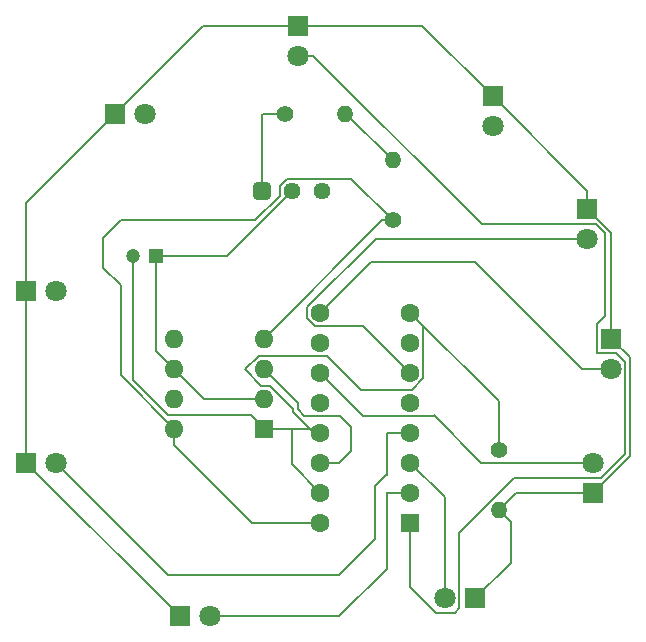
<source format=gbr>
%TF.GenerationSoftware,KiCad,Pcbnew,8.0.8*%
%TF.CreationDate,2025-01-31T19:08:08+05:30*%
%TF.ProjectId,LED Chaser circuit,4c454420-4368-4617-9365-722063697263,rev?*%
%TF.SameCoordinates,Original*%
%TF.FileFunction,Copper,L1,Top*%
%TF.FilePolarity,Positive*%
%FSLAX46Y46*%
G04 Gerber Fmt 4.6, Leading zero omitted, Abs format (unit mm)*
G04 Created by KiCad (PCBNEW 8.0.8) date 2025-01-31 19:08:08*
%MOMM*%
%LPD*%
G01*
G04 APERTURE LIST*
G04 Aperture macros list*
%AMRoundRect*
0 Rectangle with rounded corners*
0 $1 Rounding radius*
0 $2 $3 $4 $5 $6 $7 $8 $9 X,Y pos of 4 corners*
0 Add a 4 corners polygon primitive as box body*
4,1,4,$2,$3,$4,$5,$6,$7,$8,$9,$2,$3,0*
0 Add four circle primitives for the rounded corners*
1,1,$1+$1,$2,$3*
1,1,$1+$1,$4,$5*
1,1,$1+$1,$6,$7*
1,1,$1+$1,$8,$9*
0 Add four rect primitives between the rounded corners*
20,1,$1+$1,$2,$3,$4,$5,0*
20,1,$1+$1,$4,$5,$6,$7,0*
20,1,$1+$1,$6,$7,$8,$9,0*
20,1,$1+$1,$8,$9,$2,$3,0*%
G04 Aperture macros list end*
%TA.AperFunction,ComponentPad*%
%ADD10R,1.600000X1.600000*%
%TD*%
%TA.AperFunction,ComponentPad*%
%ADD11C,1.600000*%
%TD*%
%TA.AperFunction,ComponentPad*%
%ADD12O,1.600000X1.600000*%
%TD*%
%TA.AperFunction,ComponentPad*%
%ADD13RoundRect,0.250000X0.470000X-0.470000X0.470000X0.470000X-0.470000X0.470000X-0.470000X-0.470000X0*%
%TD*%
%TA.AperFunction,ComponentPad*%
%ADD14C,1.440000*%
%TD*%
%TA.AperFunction,ComponentPad*%
%ADD15C,1.400000*%
%TD*%
%TA.AperFunction,ComponentPad*%
%ADD16O,1.400000X1.400000*%
%TD*%
%TA.AperFunction,ComponentPad*%
%ADD17R,1.800000X1.800000*%
%TD*%
%TA.AperFunction,ComponentPad*%
%ADD18C,1.800000*%
%TD*%
%TA.AperFunction,ComponentPad*%
%ADD19C,1.200000*%
%TD*%
%TA.AperFunction,ComponentPad*%
%ADD20R,1.200000X1.200000*%
%TD*%
%TA.AperFunction,Conductor*%
%ADD21C,0.200000*%
%TD*%
G04 APERTURE END LIST*
D10*
%TO.P,U2,1,Q5*%
%TO.N,Net-(D5-A)*%
X156000000Y-101080000D03*
D11*
%TO.P,U2,2,Q1*%
%TO.N,Net-(D1-A)*%
X156000000Y-98540000D03*
%TO.P,U2,3,Q0*%
%TO.N,Net-(D10-A)*%
X156000000Y-96000000D03*
%TO.P,U2,4,Q2*%
%TO.N,Net-(D2-A)*%
X156000000Y-93460000D03*
%TO.P,U2,5,Q6*%
%TO.N,Net-(D6-A)*%
X156000000Y-90920000D03*
%TO.P,U2,6,Q7*%
%TO.N,Net-(D7-A)*%
X156000000Y-88380000D03*
%TO.P,U2,7,Q3*%
%TO.N,Net-(D3-A)*%
X156000000Y-85840000D03*
%TO.P,U2,8,VSS*%
%TO.N,Net-(U1-GND)*%
X156000000Y-83300000D03*
%TO.P,U2,9,Q8*%
%TO.N,Net-(D8-A)*%
X148380000Y-83300000D03*
%TO.P,U2,10,Q4*%
%TO.N,Net-(D4-A)*%
X148380000Y-85840000D03*
%TO.P,U2,11,Q9*%
%TO.N,Net-(D9-A)*%
X148380000Y-88380000D03*
%TO.P,U2,12,Cout*%
%TO.N,unconnected-(U2-Cout-Pad12)*%
X148380000Y-90920000D03*
%TO.P,U2,13,CKEN*%
%TO.N,Net-(U1-GND)*%
X148380000Y-93460000D03*
%TO.P,U2,14,CLK*%
%TO.N,Net-(U1-Q)*%
X148380000Y-96000000D03*
%TO.P,U2,15,Reset*%
%TO.N,Net-(U1-GND)*%
X148380000Y-98540000D03*
%TO.P,U2,16,VDD*%
%TO.N,Net-(U1-R)*%
X148380000Y-101080000D03*
%TD*%
D10*
%TO.P,U1,1,GND*%
%TO.N,Net-(U1-GND)*%
X143620000Y-93120000D03*
D12*
%TO.P,U1,2,TR*%
%TO.N,Net-(U1-THR)*%
X143620000Y-90580000D03*
%TO.P,U1,3,Q*%
%TO.N,Net-(U1-Q)*%
X143620000Y-88040000D03*
%TO.P,U1,4,R*%
%TO.N,Net-(U1-R)*%
X143620000Y-85500000D03*
%TO.P,U1,5,CV*%
%TO.N,unconnected-(U1-CV-Pad5)*%
X136000000Y-85500000D03*
%TO.P,U1,6,THR*%
%TO.N,Net-(U1-THR)*%
X136000000Y-88040000D03*
%TO.P,U1,7,DIS*%
%TO.N,Net-(U1-DIS)*%
X136000000Y-90580000D03*
%TO.P,U1,8,VCC*%
%TO.N,Net-(U1-R)*%
X136000000Y-93120000D03*
%TD*%
D13*
%TO.P,RV1,1,1*%
%TO.N,Net-(R2-Pad1)*%
X143420000Y-73000000D03*
D14*
%TO.P,RV1,2,2*%
%TO.N,Net-(U1-THR)*%
X145960000Y-73000000D03*
%TO.P,RV1,3,3*%
%TO.N,unconnected-(RV1-Pad3)*%
X148500000Y-73000000D03*
%TD*%
D15*
%TO.P,R3,1*%
%TO.N,Net-(U1-GND)*%
X163500000Y-94920000D03*
D16*
%TO.P,R3,2*%
%TO.N,Net-(D1-K)*%
X163500000Y-100000000D03*
%TD*%
D15*
%TO.P,R2,1*%
%TO.N,Net-(R2-Pad1)*%
X145420000Y-66500000D03*
D16*
%TO.P,R2,2*%
%TO.N,Net-(U1-DIS)*%
X150500000Y-66500000D03*
%TD*%
D15*
%TO.P,R1,1*%
%TO.N,Net-(U1-R)*%
X154500000Y-75500000D03*
D16*
%TO.P,R1,2*%
%TO.N,Net-(U1-DIS)*%
X154500000Y-70420000D03*
%TD*%
D17*
%TO.P,D10,1,K*%
%TO.N,Net-(D1-K)*%
X161500000Y-107500000D03*
D18*
%TO.P,D10,2,A*%
%TO.N,Net-(D10-A)*%
X158960000Y-107500000D03*
%TD*%
D17*
%TO.P,D9,1,K*%
%TO.N,Net-(D1-K)*%
X171500000Y-98540000D03*
D18*
%TO.P,D9,2,A*%
%TO.N,Net-(D9-A)*%
X171500000Y-96000000D03*
%TD*%
D17*
%TO.P,D8,1,K*%
%TO.N,Net-(D1-K)*%
X173000000Y-85500000D03*
D18*
%TO.P,D8,2,A*%
%TO.N,Net-(D8-A)*%
X173000000Y-88040000D03*
%TD*%
D17*
%TO.P,D7,1,K*%
%TO.N,Net-(D1-K)*%
X170960000Y-74500000D03*
D18*
%TO.P,D7,2,A*%
%TO.N,Net-(D7-A)*%
X170960000Y-77040000D03*
%TD*%
D17*
%TO.P,D6,1,K*%
%TO.N,Net-(D1-K)*%
X162960000Y-65000000D03*
D18*
%TO.P,D6,2,A*%
%TO.N,Net-(D6-A)*%
X162960000Y-67540000D03*
%TD*%
D17*
%TO.P,D5,1,K*%
%TO.N,Net-(D1-K)*%
X146460000Y-59000000D03*
D18*
%TO.P,D5,2,A*%
%TO.N,Net-(D5-A)*%
X146460000Y-61540000D03*
%TD*%
D17*
%TO.P,D4,1,K*%
%TO.N,Net-(D1-K)*%
X130960000Y-66500000D03*
D18*
%TO.P,D4,2,A*%
%TO.N,Net-(D4-A)*%
X133500000Y-66500000D03*
%TD*%
D17*
%TO.P,D3,1,K*%
%TO.N,Net-(D1-K)*%
X123460000Y-81500000D03*
D18*
%TO.P,D3,2,A*%
%TO.N,Net-(D3-A)*%
X126000000Y-81500000D03*
%TD*%
D17*
%TO.P,D2,1,K*%
%TO.N,Net-(D1-K)*%
X123460000Y-96000000D03*
D18*
%TO.P,D2,2,A*%
%TO.N,Net-(D2-A)*%
X126000000Y-96000000D03*
%TD*%
D17*
%TO.P,D1,1,K*%
%TO.N,Net-(D1-K)*%
X136460000Y-109000000D03*
D18*
%TO.P,D1,2,A*%
%TO.N,Net-(D1-A)*%
X139000000Y-109000000D03*
%TD*%
D19*
%TO.P,C1,2*%
%TO.N,Net-(U1-GND)*%
X132500000Y-78500000D03*
D20*
%TO.P,C1,1*%
%TO.N,Net-(U1-THR)*%
X134500000Y-78500000D03*
%TD*%
D21*
%TO.N,Net-(D5-A)*%
X158200000Y-108700000D02*
X156000000Y-106500000D01*
X159800000Y-108700000D02*
X158200000Y-108700000D01*
X156000000Y-106500000D02*
X156000000Y-101080000D01*
X160160000Y-108340000D02*
X159800000Y-108700000D01*
X160160000Y-101925786D02*
X160160000Y-108340000D01*
X164745786Y-97340000D02*
X160160000Y-101925786D01*
X174200000Y-95274314D02*
X172134314Y-97340000D01*
X174200000Y-87500000D02*
X174200000Y-95274314D01*
X173400000Y-86700000D02*
X174200000Y-87500000D01*
X172134314Y-97340000D02*
X164745786Y-97340000D01*
X171800000Y-84300000D02*
X171800000Y-86700000D01*
X171800000Y-86700000D02*
X173400000Y-86700000D01*
X172500000Y-83600000D02*
X171800000Y-84300000D01*
X172500000Y-76605686D02*
X172500000Y-83600000D01*
X171734314Y-75840000D02*
X172500000Y-76605686D01*
X162032792Y-75840000D02*
X171734314Y-75840000D01*
X147732792Y-61540000D02*
X162032792Y-75840000D01*
X146460000Y-61540000D02*
X147732792Y-61540000D01*
%TO.N,Net-(D6-A)*%
X162920000Y-67500000D02*
X162500000Y-67500000D01*
X162960000Y-67540000D02*
X162920000Y-67500000D01*
%TO.N,Net-(U1-DIS)*%
X136000000Y-90580000D02*
X136000000Y-91000000D01*
%TO.N,Net-(D2-A)*%
X153000000Y-98000000D02*
X154000000Y-97000000D01*
X135500000Y-105500000D02*
X150000000Y-105500000D01*
X153000000Y-102500000D02*
X153000000Y-98000000D01*
X154000000Y-97000000D02*
X154000000Y-93500000D01*
X126000000Y-96000000D02*
X135500000Y-105500000D01*
X150000000Y-105500000D02*
X153000000Y-102500000D01*
X154000000Y-97015635D02*
X154000000Y-97000000D01*
%TO.N,Net-(D1-K)*%
X174600000Y-95440000D02*
X171500000Y-98540000D01*
X174600000Y-87100000D02*
X174600000Y-95440000D01*
X173000000Y-85500000D02*
X174600000Y-87100000D01*
%TO.N,Net-(D1-A)*%
X154040000Y-98540000D02*
X156000000Y-98540000D01*
X154000000Y-98500000D02*
X154040000Y-98540000D01*
X154000000Y-105000000D02*
X154000000Y-98500000D01*
X150000000Y-109000000D02*
X154000000Y-105000000D01*
X139000000Y-109000000D02*
X150000000Y-109000000D01*
%TO.N,Net-(D3-A)*%
X126000000Y-81500000D02*
X126000000Y-82000000D01*
%TO.N,Net-(U1-GND)*%
X146100000Y-91720000D02*
X147840000Y-93460000D01*
X144075635Y-89480000D02*
X146100000Y-91504365D01*
X143375635Y-89480000D02*
X144075635Y-89480000D01*
X142000000Y-88104365D02*
X143375635Y-89480000D01*
X143164365Y-86940000D02*
X142000000Y-88104365D01*
X148940000Y-86940000D02*
X143164365Y-86940000D01*
X147840000Y-93460000D02*
X148380000Y-93460000D01*
X151820000Y-89820000D02*
X148940000Y-86940000D01*
X156115635Y-89820000D02*
X151820000Y-89820000D01*
X157100000Y-88835635D02*
X156115635Y-89820000D01*
X157100000Y-84400000D02*
X157100000Y-88835635D01*
X146100000Y-91504365D02*
X146100000Y-91720000D01*
X156000000Y-83300000D02*
X157100000Y-84400000D01*
%TO.N,Net-(D7-A)*%
X153084365Y-77040000D02*
X170960000Y-77040000D01*
X147280000Y-83755635D02*
X147280000Y-82844365D01*
X147924365Y-84400000D02*
X147280000Y-83755635D01*
X147280000Y-82844365D02*
X153084365Y-77040000D01*
X152020000Y-84400000D02*
X147924365Y-84400000D01*
X156000000Y-88380000D02*
X152020000Y-84400000D01*
%TO.N,Net-(U1-R)*%
X150980000Y-71980000D02*
X154500000Y-75500000D01*
X144940000Y-72577502D02*
X145537502Y-71980000D01*
X144940000Y-73422498D02*
X144940000Y-72577502D01*
X142862498Y-75500000D02*
X144940000Y-73422498D01*
X131500000Y-75500000D02*
X142862498Y-75500000D01*
X145537502Y-71980000D02*
X150980000Y-71980000D01*
X130000000Y-77000000D02*
X131500000Y-75500000D01*
X130000000Y-79500000D02*
X130000000Y-77000000D01*
X131500000Y-81000000D02*
X130000000Y-79500000D01*
X131500000Y-88620000D02*
X131500000Y-81000000D01*
X136000000Y-93120000D02*
X131500000Y-88620000D01*
X153620000Y-75500000D02*
X143620000Y-85500000D01*
X154500000Y-75500000D02*
X153620000Y-75500000D01*
%TO.N,Net-(D1-K)*%
X173000000Y-76540000D02*
X173000000Y-85500000D01*
X170960000Y-74500000D02*
X173000000Y-76540000D01*
X170960000Y-73000000D02*
X170960000Y-74500000D01*
X162960000Y-65000000D02*
X170960000Y-73000000D01*
X156960000Y-59000000D02*
X162960000Y-65000000D01*
X146460000Y-59000000D02*
X156960000Y-59000000D01*
X138460000Y-59000000D02*
X146460000Y-59000000D01*
X130960000Y-66500000D02*
X138460000Y-59000000D01*
X123460000Y-81500000D02*
X123460000Y-74000000D01*
X123460000Y-74000000D02*
X130960000Y-66500000D01*
X123460000Y-96000000D02*
X123460000Y-81500000D01*
X136460000Y-109000000D02*
X123460000Y-96000000D01*
%TO.N,Net-(U1-THR)*%
X140460000Y-78500000D02*
X134500000Y-78500000D01*
X145960000Y-73000000D02*
X140460000Y-78500000D01*
%TO.N,Net-(R2-Pad1)*%
X143500000Y-66500000D02*
X145420000Y-66500000D01*
X143420000Y-66580000D02*
X143500000Y-66500000D01*
X143420000Y-73000000D02*
X143420000Y-66580000D01*
%TO.N,Net-(U1-DIS)*%
X154500000Y-70420000D02*
X150580000Y-66500000D01*
X150580000Y-66500000D02*
X150500000Y-66500000D01*
%TO.N,Net-(U1-Q)*%
X146500000Y-90920000D02*
X143620000Y-88040000D01*
X146500000Y-91500000D02*
X146500000Y-90920000D01*
X147020000Y-92020000D02*
X146500000Y-91500000D01*
X150020000Y-92020000D02*
X147020000Y-92020000D01*
X151000000Y-93000000D02*
X150020000Y-92020000D01*
X150000000Y-96000000D02*
X151000000Y-95000000D01*
X151000000Y-95000000D02*
X151000000Y-93000000D01*
X148380000Y-96000000D02*
X150000000Y-96000000D01*
%TO.N,Net-(U1-GND)*%
X146000000Y-93120000D02*
X146000000Y-96160000D01*
X146000000Y-93120000D02*
X148040000Y-93120000D01*
X146000000Y-96160000D02*
X148380000Y-98540000D01*
X143620000Y-93120000D02*
X146000000Y-93120000D01*
X163500000Y-94920000D02*
X163500000Y-90800000D01*
X163500000Y-90800000D02*
X156000000Y-83300000D01*
%TO.N,Net-(D8-A)*%
X161500000Y-79000000D02*
X152680000Y-79000000D01*
X152680000Y-79000000D02*
X148380000Y-83300000D01*
X170540000Y-88040000D02*
X161500000Y-79000000D01*
X173000000Y-88040000D02*
X170540000Y-88040000D01*
%TO.N,Net-(D9-A)*%
X152020000Y-92020000D02*
X148380000Y-88380000D01*
X158000000Y-92000000D02*
X157980000Y-92020000D01*
X157980000Y-92020000D02*
X152020000Y-92020000D01*
X162000000Y-96000000D02*
X158000000Y-92000000D01*
X171500000Y-96000000D02*
X162000000Y-96000000D01*
%TO.N,Net-(D1-K)*%
X164960000Y-98540000D02*
X163500000Y-100000000D01*
X171500000Y-98540000D02*
X164960000Y-98540000D01*
X164500000Y-101000000D02*
X163500000Y-100000000D01*
X161500000Y-107500000D02*
X164500000Y-104500000D01*
X164500000Y-104500000D02*
X164500000Y-101000000D01*
%TO.N,Net-(D10-A)*%
X158960000Y-98960000D02*
X156000000Y-96000000D01*
X158960000Y-107500000D02*
X158960000Y-98960000D01*
%TO.N,Net-(D1-A)*%
X154540000Y-98540000D02*
X154500000Y-98500000D01*
X156000000Y-98540000D02*
X154540000Y-98540000D01*
X155500000Y-98500000D02*
X156000000Y-98500000D01*
X155540000Y-98540000D02*
X155500000Y-98500000D01*
X156000000Y-98540000D02*
X155540000Y-98540000D01*
%TO.N,Net-(U1-R)*%
X142580000Y-101080000D02*
X142250000Y-100750000D01*
X148380000Y-101080000D02*
X142580000Y-101080000D01*
X136000000Y-94500000D02*
X142250000Y-100750000D01*
X136000000Y-93120000D02*
X136000000Y-94500000D01*
%TO.N,Net-(U1-THR)*%
X134500000Y-86540000D02*
X134500000Y-78500000D01*
X136000000Y-88040000D02*
X134500000Y-86540000D01*
X138540000Y-90580000D02*
X136000000Y-88040000D01*
X143620000Y-90580000D02*
X138540000Y-90580000D01*
%TO.N,Net-(U1-GND)*%
X142500000Y-92000000D02*
X143620000Y-93120000D01*
X135500000Y-92000000D02*
X142500000Y-92000000D01*
X132500000Y-89000000D02*
X135500000Y-92000000D01*
X132500000Y-78500000D02*
X132500000Y-89000000D01*
X148040000Y-93120000D02*
X148380000Y-93460000D01*
%TO.N,Net-(D2-A)*%
X154040000Y-93460000D02*
X156000000Y-93460000D01*
X154000000Y-93500000D02*
X154040000Y-93460000D01*
%TD*%
M02*

</source>
